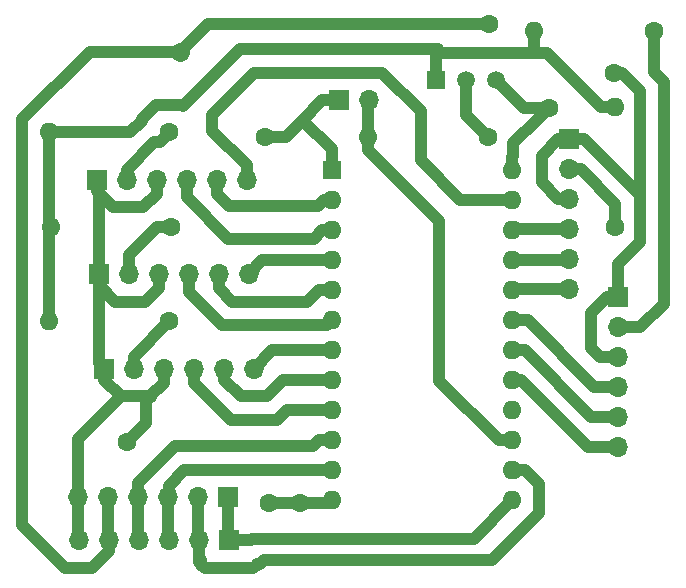
<source format=gbr>
G04 #@! TF.FileFunction,Copper,L2,Bot,Signal*
%FSLAX46Y46*%
G04 Gerber Fmt 4.6, Leading zero omitted, Abs format (unit mm)*
G04 Created by KiCad (PCBNEW 4.0.7-e2-6376~58~ubuntu14.04.1) date Tue Aug 14 09:56:37 2018*
%MOMM*%
%LPD*%
G01*
G04 APERTURE LIST*
%ADD10C,0.100000*%
%ADD11C,1.600000*%
%ADD12C,1.600000*%
%ADD13R,1.600000X1.600000*%
%ADD14O,1.600000X1.600000*%
%ADD15R,1.700000X1.700000*%
%ADD16O,1.700000X1.700000*%
%ADD17C,1.520000*%
%ADD18R,1.520000X1.520000*%
%ADD19C,1.000000*%
G04 APERTURE END LIST*
D10*
D11*
X124040000Y-24940000D03*
D12*
X116855795Y-17755795D02*
X116855795Y-17755795D01*
D13*
X129740000Y-27810000D03*
D14*
X144980000Y-55750000D03*
X129740000Y-30350000D03*
X144980000Y-53210000D03*
X129740000Y-32890000D03*
X144980000Y-50670000D03*
X129740000Y-35430000D03*
X144980000Y-48130000D03*
X129740000Y-37970000D03*
X144980000Y-45590000D03*
X129740000Y-40510000D03*
X144980000Y-43050000D03*
X129740000Y-43050000D03*
X144980000Y-40510000D03*
X129740000Y-45590000D03*
X144980000Y-37970000D03*
X129740000Y-48130000D03*
X144980000Y-35430000D03*
X129740000Y-50670000D03*
X144980000Y-32890000D03*
X129740000Y-53210000D03*
X144980000Y-30350000D03*
X129740000Y-55750000D03*
X144980000Y-27810000D03*
D11*
X115980000Y-40590000D03*
D14*
X105820000Y-40590000D03*
D15*
X110440000Y-44590000D03*
D16*
X112980000Y-44590000D03*
X115520000Y-44590000D03*
X118060000Y-44590000D03*
X120600000Y-44590000D03*
X123140000Y-44590000D03*
D11*
X115980000Y-24590000D03*
D14*
X105820000Y-24590000D03*
D15*
X149850000Y-25150000D03*
D16*
X149850000Y-27690000D03*
X149850000Y-30230000D03*
X149850000Y-32770000D03*
X149850000Y-35310000D03*
X149850000Y-37850000D03*
D15*
X109820000Y-28590000D03*
D16*
X112360000Y-28590000D03*
X114900000Y-28590000D03*
X117440000Y-28590000D03*
X119980000Y-28590000D03*
X122520000Y-28590000D03*
D15*
X154000000Y-38520000D03*
D16*
X154000000Y-41060000D03*
X154000000Y-43600000D03*
X154000000Y-46140000D03*
X154000000Y-48680000D03*
X154000000Y-51220000D03*
D11*
X116140000Y-32590000D03*
D14*
X105980000Y-32590000D03*
D15*
X109980000Y-36590000D03*
D16*
X112520000Y-36590000D03*
X115060000Y-36590000D03*
X117600000Y-36590000D03*
X120140000Y-36590000D03*
X122680000Y-36590000D03*
D11*
X157000000Y-16010000D03*
D14*
X146840000Y-16010000D03*
D11*
X153720000Y-32620000D03*
D14*
X153720000Y-22460000D03*
D15*
X120970000Y-55460000D03*
D16*
X118430000Y-55460000D03*
X115890000Y-55460000D03*
X113350000Y-55460000D03*
X110810000Y-55460000D03*
X108270000Y-55460000D03*
D15*
X121010000Y-59130000D03*
D16*
X118470000Y-59130000D03*
X115930000Y-59130000D03*
X113390000Y-59130000D03*
X110850000Y-59130000D03*
X108310000Y-59130000D03*
D15*
X130310000Y-21870000D03*
D16*
X132850000Y-21870000D03*
D17*
X141130000Y-20140000D03*
X143670000Y-20140000D03*
D18*
X138590000Y-20140000D03*
D11*
X142980000Y-24950000D03*
D14*
X132820000Y-24950000D03*
D11*
X153582967Y-19574837D03*
X112382892Y-50815897D03*
X124450000Y-55990000D03*
X127000000Y-56000000D03*
X143080160Y-15379989D03*
X148153118Y-22488139D03*
D19*
X120970000Y-55460000D02*
X120970000Y-59090000D01*
X120970000Y-59090000D02*
X121010000Y-59130000D01*
X121010000Y-59130000D02*
X122860000Y-59130000D01*
X122860000Y-59130000D02*
X122990000Y-59000000D01*
X122990000Y-59000000D02*
X141730000Y-59000000D01*
X141730000Y-59000000D02*
X144980000Y-55750000D01*
X121047807Y-30859888D02*
X128570742Y-30859888D01*
X128570742Y-30859888D02*
X129080630Y-30350000D01*
X119980000Y-28590000D02*
X119980000Y-29792081D01*
X129080630Y-30350000D02*
X129740000Y-30350000D01*
X119980000Y-29792081D02*
X121047807Y-30859888D01*
X144980000Y-53210000D02*
X146111370Y-53210000D01*
X146111370Y-53210000D02*
X147280001Y-54378631D01*
X147280001Y-54378631D02*
X147280001Y-56854001D01*
X147280001Y-56854001D02*
X143331649Y-60802353D01*
X143331649Y-60802353D02*
X124016088Y-60802353D01*
X118657649Y-60802353D02*
X118470000Y-60990002D01*
X124016088Y-60802353D02*
X123688431Y-61130010D01*
X123688431Y-61130010D02*
X123360001Y-61130010D01*
X123360001Y-61130010D02*
X123360001Y-61180001D01*
X118659999Y-60802353D02*
X118657649Y-60802353D01*
X123360001Y-61180001D02*
X123060001Y-61480001D01*
X123060001Y-61480001D02*
X118959999Y-61480001D01*
X118959999Y-61480001D02*
X118659999Y-61180001D01*
X118659999Y-61180001D02*
X118659999Y-60802353D01*
X118470000Y-60990002D02*
X118470000Y-59130000D01*
X118430000Y-55460000D02*
X118430000Y-59090000D01*
X118430000Y-59090000D02*
X118470000Y-59130000D01*
X145219999Y-53449999D02*
X144980000Y-53210000D01*
X117440000Y-28590000D02*
X117440000Y-30080522D01*
X117440000Y-30080522D02*
X120949488Y-33590010D01*
X120949488Y-33590010D02*
X128197061Y-33590010D01*
X128197061Y-33590010D02*
X128897071Y-32890000D01*
X128897071Y-32890000D02*
X129740000Y-32890000D01*
X129500001Y-32650001D02*
X129740000Y-32890000D01*
X155828850Y-21113614D02*
X155828850Y-30000000D01*
X155828850Y-30000000D02*
X155828850Y-30196318D01*
X149850000Y-25150000D02*
X151076442Y-25150000D01*
X151076442Y-25150000D02*
X155720009Y-29793567D01*
X155720009Y-29793567D02*
X155720009Y-29891159D01*
X155720009Y-29891159D02*
X155828850Y-30000000D01*
X153582967Y-19574837D02*
X154290073Y-19574837D01*
X154290073Y-19574837D02*
X155828850Y-21113614D01*
X152440000Y-43600000D02*
X153990000Y-43600000D01*
X155828850Y-30196318D02*
X155853045Y-30220513D01*
X151660000Y-42820000D02*
X152440000Y-43600000D01*
X155853045Y-30220513D02*
X155853045Y-33890957D01*
X153051998Y-38520000D02*
X151660000Y-39911998D01*
X155853045Y-33890957D02*
X153990000Y-35754002D01*
X153990000Y-35754002D02*
X153990000Y-38520000D01*
X153990000Y-38520000D02*
X153051998Y-38520000D01*
X151660000Y-39911998D02*
X151660000Y-42820000D01*
X114000000Y-49198789D02*
X113382891Y-49815898D01*
X114000000Y-46940001D02*
X114000000Y-49198789D01*
X113382891Y-49815898D02*
X112382892Y-50815897D01*
X127000000Y-56000000D02*
X124460000Y-56000000D01*
X124460000Y-56000000D02*
X124450000Y-55990000D01*
X108270000Y-55460000D02*
X108270000Y-59090000D01*
X108270000Y-59090000D02*
X108310000Y-59130000D01*
X108270000Y-55460000D02*
X108270000Y-50522000D01*
X108270000Y-50522000D02*
X111851999Y-46940001D01*
X149850000Y-30230000D02*
X148911998Y-30230000D01*
X148911998Y-30230000D02*
X147499999Y-28818001D01*
X147499999Y-28818001D02*
X147499999Y-26561999D01*
X147499999Y-26561999D02*
X148911998Y-25150000D01*
X148911998Y-25150000D02*
X149850000Y-25150000D01*
X127000000Y-56000000D02*
X129490000Y-56000000D01*
X129490000Y-56000000D02*
X129740000Y-55750000D01*
X129740000Y-55750000D02*
X129740000Y-55510001D01*
X109980000Y-36590000D02*
X109980000Y-28750000D01*
X109980000Y-28750000D02*
X109820000Y-28590000D01*
X110440000Y-44590000D02*
X109980000Y-44130000D01*
X109980000Y-44130000D02*
X109980000Y-36590000D01*
X110440000Y-44590000D02*
X110440000Y-45528002D01*
X115520000Y-45792081D02*
X115520000Y-44590000D01*
X109980000Y-36590000D02*
X110169999Y-36779999D01*
X110169999Y-36779999D02*
X110169999Y-37718001D01*
X110169999Y-37718001D02*
X111391999Y-38940001D01*
X111391999Y-38940001D02*
X113912080Y-38940001D01*
X113912080Y-38940001D02*
X115060000Y-37792081D01*
X115060000Y-37792081D02*
X115060000Y-36590000D01*
X114900000Y-29792081D02*
X114900000Y-28590000D01*
X109820000Y-28590000D02*
X109820000Y-29528002D01*
X109820000Y-29528002D02*
X111231999Y-30940001D01*
X111231999Y-30940001D02*
X113752080Y-30940001D01*
X113752080Y-30940001D02*
X114900000Y-29792081D01*
X111851999Y-46940001D02*
X114000000Y-46940001D01*
X114000000Y-46940001D02*
X114372080Y-46940001D01*
X114388063Y-46955984D02*
X114372080Y-46940001D01*
X110440000Y-45528002D02*
X111851999Y-46940001D01*
X114372080Y-46940001D02*
X115520000Y-45792081D01*
X122680000Y-36590000D02*
X123840000Y-35430000D01*
X123840000Y-35430000D02*
X129740000Y-35430000D01*
X120140000Y-36590000D02*
X120140000Y-37792081D01*
X127638629Y-38940001D02*
X128608630Y-37970000D01*
X120140000Y-37792081D02*
X121287920Y-38940001D01*
X121287920Y-38940001D02*
X127638629Y-38940001D01*
X128608630Y-37970000D02*
X129740000Y-37970000D01*
X144980000Y-45590000D02*
X145759892Y-45590000D01*
X145759892Y-45590000D02*
X151389892Y-51220000D01*
X151389892Y-51220000D02*
X154000000Y-51220000D01*
X144980000Y-45829999D02*
X144980000Y-45590000D01*
X117600000Y-36590000D02*
X117600000Y-38080522D01*
X120459489Y-40940011D02*
X129309989Y-40940011D01*
X117600000Y-38080522D02*
X120459489Y-40940011D01*
X129309989Y-40940011D02*
X129740000Y-40510000D01*
X146048334Y-43050000D02*
X144980000Y-43050000D01*
X151678334Y-48680000D02*
X146048334Y-43050000D01*
X153990000Y-48680000D02*
X151678334Y-48680000D01*
X123140000Y-44590000D02*
X124680000Y-43050000D01*
X124680000Y-43050000D02*
X129740000Y-43050000D01*
X146336776Y-40510000D02*
X144980000Y-40510000D01*
X153990000Y-46140000D02*
X151966776Y-46140000D01*
X151966776Y-46140000D02*
X146336776Y-40510000D01*
X128608630Y-45590000D02*
X129740000Y-45590000D01*
X124268001Y-46940001D02*
X125618002Y-45590000D01*
X120600000Y-45528002D02*
X122011999Y-46940001D01*
X120600000Y-44590000D02*
X120600000Y-45528002D01*
X125618002Y-45590000D02*
X128608630Y-45590000D01*
X122011999Y-46940001D02*
X124268001Y-46940001D01*
X149850000Y-37850000D02*
X145100000Y-37850000D01*
X145100000Y-37850000D02*
X144980000Y-37970000D01*
X125906444Y-48130000D02*
X125096432Y-48940012D01*
X121183568Y-48940012D02*
X118060000Y-45816444D01*
X118060000Y-45816444D02*
X118060000Y-45792081D01*
X118060000Y-45792081D02*
X118060000Y-44590000D01*
X125096432Y-48940012D02*
X121183568Y-48940012D01*
X129740000Y-48130000D02*
X125906444Y-48130000D01*
X144980000Y-35430000D02*
X149730000Y-35430000D01*
X149730000Y-35430000D02*
X149850000Y-35310000D01*
X145219999Y-35190001D02*
X144980000Y-35430000D01*
X113350000Y-54257919D02*
X113350000Y-55460000D01*
X113350000Y-54233556D02*
X113350000Y-54257919D01*
X116473568Y-51109988D02*
X113350000Y-54233556D01*
X128168642Y-51109988D02*
X116473568Y-51109988D01*
X128608630Y-50670000D02*
X128168642Y-51109988D01*
X129740000Y-50670000D02*
X128608630Y-50670000D01*
X113350000Y-55460000D02*
X113350000Y-59090000D01*
X113350000Y-59090000D02*
X113390000Y-59130000D01*
X129740000Y-50670000D02*
X129740000Y-50880000D01*
X129740000Y-50880000D02*
X129660000Y-50800000D01*
X149850000Y-32770000D02*
X145100000Y-32770000D01*
X145100000Y-32770000D02*
X144980000Y-32890000D01*
X145280000Y-32590000D02*
X144980000Y-32890000D01*
X115920000Y-55000000D02*
X115920000Y-54491998D01*
X115920000Y-54491998D02*
X117201998Y-53210000D01*
X117201998Y-53210000D02*
X128608630Y-53210000D01*
X128608630Y-53210000D02*
X129740000Y-53210000D01*
X115890000Y-55460000D02*
X115890000Y-59090000D01*
X115890000Y-59090000D02*
X115930000Y-59130000D01*
X122520000Y-28590000D02*
X122520000Y-27387919D01*
X122520000Y-27387919D02*
X119569999Y-24437918D01*
X123143359Y-19520000D02*
X133978002Y-19520000D01*
X119569999Y-24437918D02*
X119569999Y-23093360D01*
X119569999Y-23093360D02*
X123143359Y-19520000D01*
X133978002Y-19520000D02*
X137240000Y-22781998D01*
X137240000Y-22781998D02*
X137240000Y-26964743D01*
X137240000Y-26964743D02*
X140625257Y-30350000D01*
X140625257Y-30350000D02*
X143848630Y-30350000D01*
X143848630Y-30350000D02*
X144980000Y-30350000D01*
X116855795Y-17755795D02*
X119231601Y-15379989D01*
X119231601Y-15379989D02*
X141665947Y-15379989D01*
X141665947Y-15379989D02*
X143080160Y-15379989D01*
X110850000Y-59130000D02*
X110850000Y-60068002D01*
X110850000Y-60068002D02*
X109438001Y-61480001D01*
X109438001Y-61480001D02*
X107181999Y-61480001D01*
X107181999Y-61480001D02*
X103519999Y-57818001D01*
X103519999Y-57818001D02*
X103519999Y-23485999D01*
X103519999Y-23485999D02*
X109250203Y-17755795D01*
X109250203Y-17755795D02*
X115724425Y-17755795D01*
X115724425Y-17755795D02*
X116855795Y-17755795D01*
X110810000Y-55460000D02*
X110810000Y-59090000D01*
X110810000Y-59090000D02*
X110850000Y-59130000D01*
X145110000Y-25531257D02*
X147153119Y-23488138D01*
X146738905Y-22488139D02*
X148153118Y-22488139D01*
X144980000Y-27810000D02*
X144980000Y-26678630D01*
X147153119Y-23488138D02*
X148153118Y-22488139D01*
X146018139Y-22488139D02*
X146738905Y-22488139D01*
X143670000Y-20140000D02*
X146018139Y-22488139D01*
X145110000Y-26548630D02*
X145110000Y-25531257D01*
X144980000Y-26678630D02*
X145110000Y-26548630D01*
X157000000Y-16010000D02*
X157000000Y-19456323D01*
X157829945Y-20286268D02*
X157829945Y-39090057D01*
X157000000Y-19456323D02*
X157829945Y-20286268D01*
X157829945Y-39090057D02*
X155860002Y-41060000D01*
X155860002Y-41060000D02*
X155202081Y-41060000D01*
X155202081Y-41060000D02*
X154000000Y-41060000D01*
X153990000Y-41060000D02*
X155192081Y-41060000D01*
X149850000Y-27690000D02*
X150788002Y-27690000D01*
X150788002Y-27690000D02*
X153720000Y-30621998D01*
X153720000Y-30621998D02*
X153720000Y-31488630D01*
X153720000Y-31488630D02*
X153720000Y-32620000D01*
X112360000Y-27742354D02*
X114712355Y-25389999D01*
X115180001Y-25389999D02*
X115980000Y-24590000D01*
X112360000Y-28590000D02*
X112360000Y-27742354D01*
X114712355Y-25389999D02*
X115180001Y-25389999D01*
X112520000Y-36590000D02*
X112520000Y-35000522D01*
X112520000Y-35000522D02*
X114930522Y-32590000D01*
X114930522Y-32590000D02*
X115008630Y-32590000D01*
X115008630Y-32590000D02*
X116140000Y-32590000D01*
X112980000Y-44590000D02*
X112980000Y-43590000D01*
X112980000Y-43590000D02*
X115980000Y-40590000D01*
X128934637Y-21870000D02*
X127220000Y-23584637D01*
X127220000Y-23584637D02*
X125864637Y-24940000D01*
X129740000Y-27810000D02*
X129740000Y-26010000D01*
X127314637Y-23584637D02*
X127220000Y-23584637D01*
X129740000Y-26010000D02*
X127314637Y-23584637D01*
X130310000Y-21870000D02*
X128934637Y-21870000D01*
X125864637Y-24940000D02*
X124040000Y-24940000D01*
X129740000Y-27810000D02*
X129740000Y-27970000D01*
X129740000Y-27970000D02*
X129819999Y-28049999D01*
X129555749Y-27625749D02*
X129740000Y-27810000D01*
X132820000Y-24950000D02*
X132820000Y-26081370D01*
X132820000Y-26081370D02*
X138820000Y-32081370D01*
X143848630Y-50670000D02*
X144980000Y-50670000D01*
X138820000Y-32081370D02*
X138820000Y-45641370D01*
X138820000Y-45641370D02*
X143848630Y-50670000D01*
X132820000Y-24950000D02*
X132820000Y-21900000D01*
X132820000Y-21900000D02*
X132850000Y-21870000D01*
X138840021Y-17879999D02*
X138590000Y-18130020D01*
X138590000Y-18130020D02*
X138590000Y-20140000D01*
X138480011Y-17519989D02*
X138840021Y-17879999D01*
X138840021Y-17879999D02*
X145210000Y-17879999D01*
X137000000Y-17519989D02*
X138680000Y-17519989D01*
X124382794Y-17519989D02*
X137000000Y-17519989D01*
X145000000Y-17879999D02*
X145210000Y-17879999D01*
X137000000Y-17519989D02*
X138480011Y-17519989D01*
X147000000Y-17879999D02*
X147943572Y-17879999D01*
X145210000Y-17879999D02*
X147000000Y-17879999D01*
X147000000Y-17879999D02*
X146840000Y-17719999D01*
X146840000Y-17719999D02*
X146840000Y-16010000D01*
X152523573Y-22460000D02*
X153720000Y-22460000D01*
X147943572Y-17879999D02*
X152523573Y-22460000D01*
X105820000Y-24590000D02*
X112683914Y-24590000D01*
X112683914Y-24590000D02*
X113679999Y-23593915D01*
X113679999Y-23593915D02*
X113679999Y-23485999D01*
X113679999Y-23485999D02*
X114875999Y-22289999D01*
X114875999Y-22289999D02*
X117084001Y-22289999D01*
X117084001Y-22289999D02*
X117119953Y-22325951D01*
X117119953Y-22325951D02*
X121925915Y-17519989D01*
X121925915Y-17519989D02*
X124382794Y-17519989D01*
X105820000Y-24590000D02*
X105820000Y-32430000D01*
X105820000Y-32430000D02*
X105980000Y-32590000D01*
X105820000Y-40590000D02*
X105820000Y-32750000D01*
X105820000Y-32750000D02*
X105980000Y-32590000D01*
X142980000Y-24950000D02*
X141130000Y-23100000D01*
X141130000Y-23100000D02*
X141130000Y-20140000D01*
M02*

</source>
